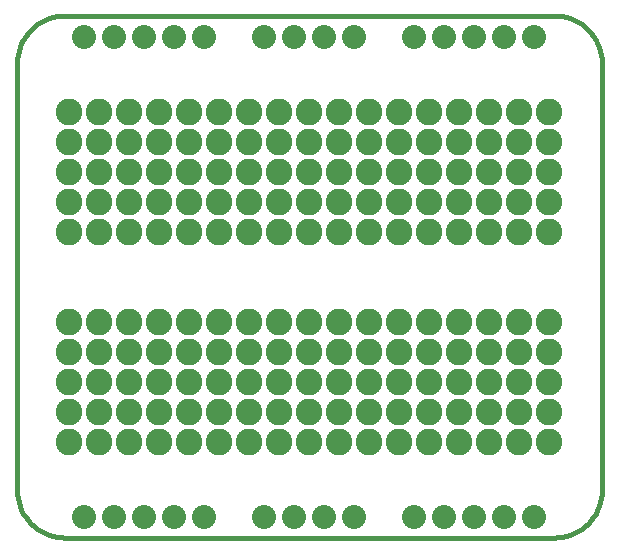
<source format=gts>
G04 (created by PCBNEW-RS274X (2011-07-08 BZR 3044)-stable) date 12/7/2011 10:38:21 PM*
G01*
G70*
G90*
%MOIN*%
G04 Gerber Fmt 3.4, Leading zero omitted, Abs format*
%FSLAX34Y34*%
G04 APERTURE LIST*
%ADD10C,0.006000*%
%ADD11C,0.015000*%
%ADD12C,0.088900*%
%ADD13C,0.080000*%
G04 APERTURE END LIST*
G54D10*
G54D11*
X71750Y-30900D02*
X71750Y-45100D01*
X52250Y-30900D02*
X52250Y-45100D01*
X70175Y-29300D02*
X53875Y-29300D01*
X53850Y-46700D02*
X70150Y-46700D01*
X52250Y-45100D02*
X52257Y-45239D01*
X52275Y-45377D01*
X52305Y-45514D01*
X52347Y-45647D01*
X52400Y-45776D01*
X52465Y-45899D01*
X52540Y-46017D01*
X52625Y-46128D01*
X52719Y-46231D01*
X52822Y-46325D01*
X52933Y-46410D01*
X53051Y-46485D01*
X53174Y-46550D01*
X53303Y-46603D01*
X53436Y-46645D01*
X53573Y-46675D01*
X53711Y-46693D01*
X53850Y-46700D01*
X53850Y-29300D02*
X53711Y-29307D01*
X53573Y-29325D01*
X53436Y-29355D01*
X53303Y-29397D01*
X53174Y-29450D01*
X53051Y-29515D01*
X52933Y-29590D01*
X52822Y-29675D01*
X52719Y-29769D01*
X52625Y-29872D01*
X52540Y-29983D01*
X52465Y-30101D01*
X52400Y-30224D01*
X52347Y-30353D01*
X52305Y-30486D01*
X52275Y-30623D01*
X52257Y-30761D01*
X52250Y-30900D01*
X71750Y-30900D02*
X71743Y-30761D01*
X71725Y-30623D01*
X71695Y-30486D01*
X71653Y-30353D01*
X71600Y-30224D01*
X71535Y-30101D01*
X71460Y-29983D01*
X71375Y-29872D01*
X71281Y-29769D01*
X71178Y-29675D01*
X71067Y-29590D01*
X70950Y-29515D01*
X70826Y-29450D01*
X70697Y-29397D01*
X70564Y-29355D01*
X70427Y-29325D01*
X70289Y-29307D01*
X70150Y-29300D01*
X70150Y-46700D02*
X70289Y-46693D01*
X70427Y-46675D01*
X70564Y-46645D01*
X70697Y-46603D01*
X70826Y-46550D01*
X70950Y-46485D01*
X71067Y-46410D01*
X71178Y-46325D01*
X71281Y-46231D01*
X71375Y-46128D01*
X71460Y-46017D01*
X71535Y-45899D01*
X71600Y-45776D01*
X71653Y-45647D01*
X71695Y-45514D01*
X71725Y-45377D01*
X71743Y-45239D01*
X71750Y-45100D01*
G54D12*
X54000Y-36500D03*
X55000Y-36500D03*
X56000Y-36500D03*
X57000Y-36500D03*
X58000Y-36500D03*
X59000Y-36500D03*
X60000Y-36500D03*
X61000Y-36500D03*
X62000Y-36500D03*
X63000Y-36500D03*
X64000Y-36500D03*
X65000Y-36500D03*
X66000Y-36500D03*
X67000Y-36500D03*
X68000Y-36500D03*
X69000Y-36500D03*
X70000Y-36500D03*
X54000Y-35500D03*
X55000Y-35500D03*
X56000Y-35500D03*
X57000Y-35500D03*
X58000Y-35500D03*
X59000Y-35500D03*
X60000Y-35500D03*
X61000Y-35500D03*
X62000Y-35500D03*
X63000Y-35500D03*
X64000Y-35500D03*
X65000Y-35500D03*
X66000Y-35500D03*
X67000Y-35500D03*
X68000Y-35500D03*
X69000Y-35500D03*
X70000Y-35500D03*
X54000Y-34500D03*
X55000Y-34500D03*
X56000Y-34500D03*
X57000Y-34500D03*
X58000Y-34500D03*
X59000Y-34500D03*
X60000Y-34500D03*
X61000Y-34500D03*
X62000Y-34500D03*
X63000Y-34500D03*
X64000Y-34500D03*
X65000Y-34500D03*
X66000Y-34500D03*
X67000Y-34500D03*
X68000Y-34500D03*
X69000Y-34500D03*
X70000Y-34500D03*
X54000Y-33500D03*
X55000Y-33500D03*
X56000Y-33500D03*
X57000Y-33500D03*
X58000Y-33500D03*
X59000Y-33500D03*
X60000Y-33500D03*
X61000Y-33500D03*
X62000Y-33500D03*
X63000Y-33500D03*
X64000Y-33500D03*
X65000Y-33500D03*
X66000Y-33500D03*
X67000Y-33500D03*
X68000Y-33500D03*
X69000Y-33500D03*
X70000Y-33500D03*
X54000Y-32500D03*
X55000Y-32500D03*
X56000Y-32500D03*
X57000Y-32500D03*
X58000Y-32500D03*
X59000Y-32500D03*
X60000Y-32500D03*
X61000Y-32500D03*
X62000Y-32500D03*
X63000Y-32500D03*
X64000Y-32500D03*
X65000Y-32500D03*
X66000Y-32500D03*
X67000Y-32500D03*
X68000Y-32500D03*
X69000Y-32500D03*
X70000Y-32500D03*
X54000Y-39500D03*
X55000Y-39500D03*
X56000Y-39500D03*
X57000Y-39500D03*
X58000Y-39500D03*
X59000Y-39500D03*
X60000Y-39500D03*
X61000Y-39500D03*
X62000Y-39500D03*
X63000Y-39500D03*
X64000Y-39500D03*
X65000Y-39500D03*
X66000Y-39500D03*
X67000Y-39500D03*
X68000Y-39500D03*
X69000Y-39500D03*
X70000Y-39500D03*
X54000Y-40500D03*
X55000Y-40500D03*
X56000Y-40500D03*
X57000Y-40500D03*
X58000Y-40500D03*
X59000Y-40500D03*
X60000Y-40500D03*
X61000Y-40500D03*
X62000Y-40500D03*
X63000Y-40500D03*
X64000Y-40500D03*
X65000Y-40500D03*
X66000Y-40500D03*
X67000Y-40500D03*
X68000Y-40500D03*
X69000Y-40500D03*
X70000Y-40500D03*
X54000Y-41500D03*
X55000Y-41500D03*
X56000Y-41500D03*
X57000Y-41500D03*
X58000Y-41500D03*
X59000Y-41500D03*
X60000Y-41500D03*
X61000Y-41500D03*
X62000Y-41500D03*
X63000Y-41500D03*
X64000Y-41500D03*
X65000Y-41500D03*
X66000Y-41500D03*
X67000Y-41500D03*
X68000Y-41500D03*
X69000Y-41500D03*
X70000Y-41500D03*
X54000Y-42500D03*
X55000Y-42500D03*
X56000Y-42500D03*
X57000Y-42500D03*
X58000Y-42500D03*
X59000Y-42500D03*
X60000Y-42500D03*
X61000Y-42500D03*
X62000Y-42500D03*
X63000Y-42500D03*
X64000Y-42500D03*
X65000Y-42500D03*
X66000Y-42500D03*
X67000Y-42500D03*
X68000Y-42500D03*
X69000Y-42500D03*
X70000Y-42500D03*
X54000Y-43500D03*
X55000Y-43500D03*
X56000Y-43500D03*
X57000Y-43500D03*
X58000Y-43500D03*
X59000Y-43500D03*
X60000Y-43500D03*
X61000Y-43500D03*
X62000Y-43500D03*
X63000Y-43500D03*
X64000Y-43500D03*
X65000Y-43500D03*
X66000Y-43500D03*
X67000Y-43500D03*
X68000Y-43500D03*
X69000Y-43500D03*
X70000Y-43500D03*
G54D13*
X54500Y-30000D03*
X55500Y-30000D03*
X56500Y-30000D03*
X57500Y-30000D03*
X58500Y-30000D03*
X60500Y-30000D03*
X61500Y-30000D03*
X62500Y-30000D03*
X63500Y-30000D03*
X65500Y-30000D03*
X66500Y-30000D03*
X67500Y-30000D03*
X68500Y-30000D03*
X69500Y-30000D03*
X54500Y-46000D03*
X55500Y-46000D03*
X56500Y-46000D03*
X57500Y-46000D03*
X58500Y-46000D03*
X60500Y-46000D03*
X61500Y-46000D03*
X62500Y-46000D03*
X63500Y-46000D03*
X65500Y-46000D03*
X66500Y-46000D03*
X67500Y-46000D03*
X68500Y-46000D03*
X69500Y-46000D03*
M02*

</source>
